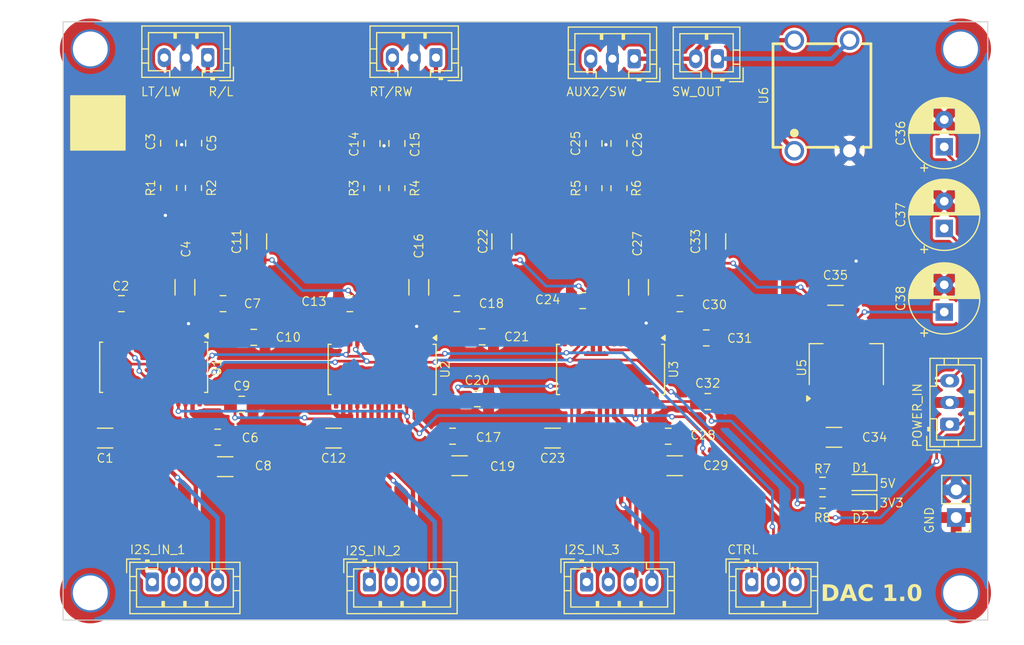
<source format=kicad_pcb>
(kicad_pcb (version 20240108) (generator "pcbnew") (generator_version "8.0")
  (layers (0 "F.Cu" signal) (31 "B.Cu" signal) (34 "B.Paste" user) (35 "F.Paste" user) (36 "B.SilkS" user "B.Silkscreen") (37 "F.SilkS" user "F.Silkscreen") (38 "B.Mask" user) (39 "F.Mask" user) (44 "Edge.Cuts" user))
  (net 0 "")
  (net 1 "MCLK0")
  (net 2 "MCLK1")
  (net 3 "LEFT_WOOFER")
  (net 4 "AGND")
  (net 5 "GND")
  (net 6 "3V3")
  (net 7 "5V")
  (net 8 "Net-(D1-A)")
  (net 9 "Net-(D2-A)")
  (net 10 "LEFT_TWEETER")
  (net 11 "SDA")
  (net 12 "SCL")
  (net 13 "MCLK2")
  (net 14 "RIGHT_TWEETER")
  (net 15 "LRCLK0")
  (net 16 "BCLK0")
  (net 17 "DATA0")
  (net 18 "LRCLK1")
  (net 19 "DATA1")
  (net 24 "XSMT")
  (net 25 "BCLK1")
  (net 26 "DATA2")
  (net 27 "RIGHT_WOOFER")
  (net 28 "LRCLK2")
  (net 29 "BCLK2")
  (net 30 "3V3A")
  (net 31 "Net-(U3-CAPP)")
  (net 32 "Net-(U3-CAPM)")
  (net 33 "Net-(U3-LDOO)")
  (net 34 "Net-(U3-VNEG)")
  (net 35 "LW_OUT_PRE")
  (net 36 "LT_OUT_PRE")
  (net 37 "RT_OUT_PRE")
  (net 38 "RW_OUT_PRE")
  (net 39 "SW_OUT_PRE")
  (net 40 "SW_OUT")
  (net 41 "SW_NEG")
  (net 42 "SUBWOOFER")
  (net 43 "SPARE_OUT")
  (net 44 "SPARE_OUT_PRE")
  (net 45 "Net-(U1-VNEG)")
  (net 46 "Net-(U1-LDOO)")
  (net 47 "Net-(U1-CAPP)")
  (net 48 "Net-(U1-CAPM)")
  (net 49 "Net-(U2-VNEG)")
  (net 50 "Net-(U2-LDOO)")
  (net 51 "Net-(U2-CAPP)")
  (net 52 "Net-(U2-CAPM)")
  (footprint "Capacitor_SMD:C_1206_3216Metric_Pad1.33x1.80mm_HandSolder" (layer "F.Cu") (at 95.3864 98.4775)
    (property "Reference" "C19")
    (property "Value" "10U")
  )
  (footprint "Capacitor_SMD:C_0805_2012Metric_Pad1.18x1.45mm_HandSolder" (layer "F.Cu") (at 68.6364 68.8275 90)
    (property "Reference" "C3")
    (property "Value" "2.2n 50V C0G")
  )
  (footprint "Package_SO:TSSOP-28_4.4x9.7mm_P0.65mm" (layer "F.Cu") (at 67.2614 89.4275 -90)
    (property "Reference" "U1")
    (property "Value" "PCM5122PW")
  )
  (footprint "Capacitor_SMD:C_0805_2012Metric_Pad1.18x1.45mm_HandSolder" (layer "F.Cu") (at 94.7364 95.765 180)
    (property "Reference" "C17")
    (property "Value" "0.1U")
  )
  (footprint "Connector_JST:JST_PH_B3B-PH-K_1x03_P2.00mm_Vertical" (layer "F.Cu") (at 72.2364 60.965 180)
    (property "Reference" "J2" (hide yes))
    (property "Value" "Conn_01x03_Pin")
  )
  (footprint "Capacitor_SMD:C_1206_3216Metric_Pad1.33x1.80mm_HandSolder" (layer "F.Cu") (at 73.8364 98.565)
    (property "Reference" "C8")
    (property "Value" "10U")
  )
  (footprint "Connector_JST:JST_PH_B2B-PH-K_1x02_P2.00mm_Vertical" (layer "F.Cu") (at 119.0864 61.065 180)
    (property "Reference" "J7" (hide yes))
    (property "Value" "Conn_01x02_Pin")
  )
  (footprint "easyeda2kicad:XFMR-TH_4P-L9.5-W9.0-P5.08-LS10.2_C9900096976" (layer "F.Cu") (at 128.6964 64.445 90)
    (property "Reference" "U6")
    (property "Value" "DA101C_C6931652")
  )
  (footprint "Resistor_SMD:R_0805_2012Metric_Pad1.20x1.40mm_HandSolder" (layer "F.Cu") (at 68.6364 72.94 90)
    (property "Reference" "R1")
    (property "Value" "470R TF")
  )
  (footprint "Capacitor_SMD:C_0805_2012Metric_Pad1.18x1.45mm_HandSolder" (layer "F.Cu") (at 75.3614 92.8275)
    (property "Reference" "C9")
    (property "Value" "0.1U")
  )
  (footprint "Capacitor_SMD:C_0805_2012Metric_Pad1.18x1.45mm_HandSolder" (layer "F.Cu") (at 64.2989 83.5775 180)
    (property "Reference" "C2")
    (property "Value" "0.1U")
  )
  (footprint "Capacitor_SMD:C_0805_2012Metric_Pad1.18x1.45mm_HandSolder" (layer "F.Cu") (at 97.0114 92.315)
    (property "Reference" "C20")
    (property "Value" "0.1U")
  )
  (footprint "Connector_JST:JST_PH_B3B-PH-K_1x03_P2.00mm_Vertical" (layer "F.Cu") (at 140.4364 94.665 90)
    (property "Reference" "J9" (hide yes))
    (property "Value" "Conn_01x03_Pin")
  )
  (footprint "Capacitor_SMD:C_0805_2012Metric_Pad1.18x1.45mm_HandSolder" (layer "F.Cu") (at 70.9364 68.8275 90)
    (property "Reference" "C5")
    (property "Value" "2.2n 50V C0G")
  )
  (footprint "Package_TO_SOT_SMD:SOT-223-3_TabPin2" (layer "F.Cu") (at 130.9364 89.165 90)
    (property "Reference" "U5")
    (property "Value" "ZLDO1117QG33TA")
  )
  (footprint "Capacitor_SMD:C_1206_3216Metric_Pad1.33x1.80mm_HandSolder" (layer "F.Cu") (at 111.8364 82.0775 -90)
    (property "Reference" "C27")
    (property "Value" "2.2u 25V")
  )
  (footprint "Capacitor_SMD:C_1206_3216Metric_Pad1.33x1.80mm_HandSolder" (layer "F.Cu") (at 76.7364 77.865 90)
    (property "Reference" "C11")
    (property "Value" "10U")
  )
  (footprint "MountingHole:MountingHole_3.2mm_M3_DIN965_Pad_TopOnly" (layer "F.Cu") (at 61.4364 110.165)
    (property "Reference" "H2" (hide yes))
    (property "Value" "MountingHole")
  )
  (footprint "Capacitor_THT:CP_Radial_D6.3mm_P2.50mm" (layer "F.Cu") (at 139.9364 76.665 90)
    (property "Reference" "C37")
    (property "Value" "220u")
  )
  (footprint "Capacitor_SMD:C_0805_2012Metric_Pad1.18x1.45mm_HandSolder" (layer "F.Cu") (at 106.6989 83.2975 180)
    (property "Reference" "C24")
    (property "Value" "0.1U")
  )
  (footprint "Capacitor_SMD:C_1206_3216Metric_Pad1.33x1.80mm_HandSolder" (layer "F.Cu") (at 91.6364 82.0775 -90)
    (property "Reference" "C16")
    (property "Value" "2.2u 25V")
  )
  (footprint "Capacitor_SMD:C_1206_3216Metric_Pad1.33x1.80mm_HandSolder" (layer "F.Cu") (at 129.9364 82.815)
    (property "Reference" "C35")
    (property "Value" "10U")
  )
  (footprint "MountingHole:MountingHole_3.2mm_M3_DIN965_Pad_TopOnly" (layer "F.Cu") (at 141.4364 110.165)
    (property "Reference" "H4" (hide yes))
    (property "Value" "MountingHole")
  )
  (footprint "Capacitor_THT:CP_Radial_D6.3mm_P2.50mm" (layer "F.Cu") (at 139.9364 69.165 90)
    (property "Reference" "C36")
    (property "Value" "220u")
  )
  (footprint "Resistor_SMD:R_0603_1608Metric_Pad0.98x0.95mm_HandSolder" (layer "F.Cu") (at 128.7489 101.865)
    (property "Reference" "R8")
    (property "Value" "150R")
  )
  (footprint "Capacitor_SMD:C_0805_2012Metric_Pad1.18x1.45mm_HandSolder" (layer "F.Cu") (at 73.6364 83.5775 180)
    (property "Reference" "C7")
    (property "Value" "2.2u 25V")
  )
  (footprint "Capacitor_SMD:C_0805_2012Metric_Pad1.18x1.45mm_HandSolder" (layer "F.Cu") (at 73.1465 95.8525 180)
    (property "Reference" "C6")
    (property "Value" "0.1U")
  )
  (footprint "Capacitor_SMD:C_1206_3216Metric_Pad1.33x1.80mm_HandSolder" (layer "F.Cu") (at 129.7989 95.865 180)
    (property "Reference" "C34")
    (property "Value" "10U")
  )
  (footprint "Capacitor_SMD:C_0805_2012Metric_Pad1.18x1.45mm_HandSolder" (layer "F.Cu") (at 97.4614 86.6275)
    (property "Reference" "C21")
    (property "Value" "0.1U")
  )
  (footprint "Capacitor_SMD:C_1206_3216Metric_Pad1.33x1.80mm_HandSolder" (layer "F.Cu") (at 99.2614 77.865 90)
    (property "Reference" "C22")
    (property "Value" "10U")
  )
  (footprint "Capacitor_THT:CP_Radial_D6.3mm_P2.50mm" (layer "F.Cu") (at 139.9364 84.3474 90)
    (property "Reference" "C38")
    (property "Value" "220u")
  )
  (footprint "Capacitor_SMD:C_1206_3216Metric_Pad1.33x1.80mm_HandSolder" (layer "F.Cu") (at 118.9364 77.865 90)
    (property "Reference" "C33")
    (property "Value" "10U")
  )
  (footprint "Connector_JST:JST_PH_B4B-PH-K_1x04_P2.00mm_Vertical" (layer "F.Cu") (at 87.0989 109.165)
    (property "Reference" "J3" (hide yes))
    (property "Value" "Conn_01x04_Pin")
  )
  (footprint "MountingHole:MountingHole_3.2mm_M3_DIN965_Pad_TopOnly" (layer "F.Cu") (at 141.4364 60.165)
    (property "Reference" "H3" (hide yes))
    (property "Value" "MountingHole")
  )
  (footprint "Resistor_SMD:R_0805_2012Metric_Pad1.20x1.40mm_HandSolder" (layer "F.Cu") (at 87.3364 72.965 90)
    (property "Reference" "R3")
    (property "Value" "470R TF")
  )
  (footprint "Connector_PinHeader_2.54mm:PinHeader_1x02_P2.54mm_Vertical" (layer "F.Cu") (at 141.0364 103.24 180)
    (property "Reference" "J10" (hide yes))
    (property "Value" "Conn_01x02_Pin")
  )
  (footprint "Connector_JST:JST_PH_B3B-PH-K_1x03_P2.00mm_Vertical" (layer "F.Cu") (at 111.4364 61.065 180)
    (property "Reference" "J6" (hide yes))
    (property "Value" "Conn_01x03_Pin")
  )
  (footprint "Connector_JST:JST_PH_B3B-PH-K_1x03_P2.00mm_Vertical" (layer "F.Cu") (at 93.2114 60.965 180)
    (property "Reference" "J4" (hide yes))
    (property "Value" "Conn_01x03_Pin")
  )
  (footprint "Resistor_SMD:R_0805_2012Metric_Pad1.20x1.40mm_HandSolder" (layer "F.Cu") (at 110.0364 72.965 90)
    (property "Reference" "R6")
    (property "Value" "470R TF")
  )
  (footprint "Resistor_SMD:R_0805_2012Metric_Pad1.20x1.40mm_HandSolder" (layer "F.Cu") (at 89.6232 72.965 90)
    (property "Reference" "R4")
    (property "Value" "470R TF")
  )
  (footprint "Capacitor_SMD:C_0805_2012Metric_Pad1.18x1.45mm_HandSolder" (layer "F.Cu") (at 95.1364 83.5775 180)
    (property "Reference" "C18")
    (property "Value" "2.2u 25V")
  )
  (footprint "Capacitor_SMD:C_1206_3216Metric_Pad1.33x1.80mm_HandSolder" (layer "F.Cu") (at 83.7989 95.935 180)
    (property "Reference" "C12")
    (property "Value" "10U")
  )
  (footprint "Capacitor_SMD:C_0805_2012Metric_Pad1.18x1.45mm_HandSolder" (layer "F.Cu") (at 85.2989 83.5775 180)
    (property "Reference" "C13")
    (property "Value" "0.1U")
  )
  (footprint "Resistor_SMD:R_0805_2012Metric_Pad1.20x1.40mm_HandSolder" (layer "F.Cu") (at 107.7364 72.965 90)
    (property "Reference" "R5")
    (property "Value" "470R TF")
  )
  (footprint "Capacitor_SMD:C_0805_2012Metric_Pad1.18x1.45mm_HandSolder" (layer "F.Cu") (at 89.6232 68.8525 90)
    (property "Reference" "C15")
    (property "Value" "2.2n 50V C0G")
  )
  (footprint "Capacitor_SMD:C_1206_3216Metric_Pad1.33x1.80mm_HandSolder" (layer "F.Cu") (at 70.1364 82.0775 -90)
    (property "Reference" "C4")
    (property "Value" "2.2u 25V")
  )
  (footprint "Capacitor_SMD:C_1206_3216Metric_Pad1.33x1.80mm_HandSolder" (layer "F.Cu") (at 62.7989 95.935 180)
    (property "Reference" "C1")
    (property "Value" "10U")
  )
  (footprint "LED_SMD:LED_0603_1608Metric" (layer "F.Cu") (at 132.2614 101.865 180)
    (property "Reference" "D2")
    (property "Value" "BLUE")
  )
  (footprint "Capacitor_SMD:C_0805_2012Metric_Pad1.18x1.45mm_HandSolder" (layer "F.Cu") (at 107.7364 68.8525 90)
    (property "Reference" "C25")
    (property "Value" "2.2n 50V C0G")
  )
  (footprint "Package_SO:TSSOP-28_4.4x9.7mm_P0.65mm" (layer "F.Cu") (at 109.2614 89.6275 -90)
    (property "Reference" "U3")
    (property "Value" "PCM5122PW")
  )
  (footprint "Connector_JST:JST_PH_B3B-PH-K_1x03_P2.00mm_Vertical" (layer "F.Cu") (at 122.2364 109.165)
    (property "Reference" "J8" (hide yes))
    (property "Value" "Conn_01x03_Pin")
  )
  (footprint "Resistor_SMD:R_0805_2012Metric_Pad1.20x1.40mm_HandSolder" (layer "F.Cu") (at 70.9232 72.94 90)
    (property "Reference" "R2")
    (property "Value" "470R TF")
  )
  (footprint "Package_SO:TSSOP-28_4.4x9.7mm_P0.65mm" (layer "F.Cu") (at 88.2614 89.6275 -90)
    (property "Reference" "U2")
    (property "Value" "PCM5122PW")
  )
  (footprint "LED_SMD:LED_0603_1608Metric" (layer "F.Cu") (at 132.2614 100.025 180)
    (property "Reference" "D1")
    (property "Value" "RED")
  )
  (footprint "Capacitor_SMD:C_1206_3216Metric_Pad1.33x1.80mm_HandSolder" (layer "F.Cu") (at 103.9364 95.935 180)
    (property "Reference" "C23")
    (property "Value" "10U")
  )
  (footprint "Capacitor_SMD:C_0805_2012Metric_Pad1.18x1.45mm_HandSolder" (layer "F.Cu") (at 114.5614 95.765 180)
    (property "Reference" "C28")
    (property "Value" "0.1U")
  )
  (footprint "Capacitor_SMD:C_0805_2012Metric_Pad1.18x1.45mm_HandSolder" (layer "F.Cu") (at 76.4614 86.6775)
    (property "Reference" "C10")
    (property "Value" "0.1U")
  )
  (footprint "Connector_JST:JST_PH_B4B-PH-K_1x04_P2.00mm_Vertical" (layer "F.Cu") (at 67.1364 109.165)
    (property "Reference" "J1" (hide yes))
    (property "Value" "Conn_01x04_Pin")
  )
  (footprint "Capacitor_SMD:C_0805_2012Metric_Pad1.18x1.45mm_HandSolder" (layer "F.Cu") (at 110.0364 68.8525 90)
    (property "Reference" "C26")
    (property "Value" "2.2n 50V C0G")
  )
  (footprint "Connector_JST:JST_PH_B4B-PH-K_1x04_P2.00mm_Vertical" (layer "F.Cu") (at 107.0614 109.165)
    (property "Reference" "J5" (hide yes))
    (property "Value" "Conn_01x04_Pin")
  )
  (footprint "Capacitor_SMD:C_1206_3216Metric_Pad1.33x1.80mm_HandSolder" (layer "F.Cu") (at 115.1614 98.4775)
    (property "Reference" "C29")
    (property "Value" "10U")
  )
  (footprint "Capacitor_SMD:C_0805_2012Metric_Pad1.18x1.45mm_HandSolder" (layer "F.Cu") (at 118.0614 86.7275)
    (property "Reference" "C31")
    (property "Value" "0.1U")
  )
  (footprint "Capacitor_SMD:C_0805_2012Metric_Pad1.18x1.45mm_HandSolder" (layer "F.Cu") (at 87.3364 68.8525 90)
    (property "Reference" "C14")
    (property "Value" "2.2n 50V C0G")
  )
  (footprint "Capacitor_SMD:C_0805_2012Metric_Pad1.18x1.45mm_HandSolder" (layer "F.Cu") (at 115.6364 83.5775 180)
    (property "Reference" "C30")
    (property "Value" "2.2u 25V")
  )
  (footprint "Resistor_SMD:R_0603_1608Metric_Pad0.98x0.95mm_HandSolder" (layer "F.Cu") (at 128.7489 100.065)
    (property "Reference" "R7")
    (property "Value" "1.3K")
  )
  (footprint "Capacitor_SMD:C_0805_2012Metric_Pad1.18x1.45mm_HandSolder" (layer "F.Cu") (at 118.1989 92.5775)
    (property "Reference" "C32")
    (property "Value" "0.1U")
  )
  (footprint "MountingHole:MountingHole_3.2mm_M3_DIN965_Pad_TopOnly" (layer "F.Cu") (at 61.4364 60.165)
    (property "Reference" "H1" (hide yes))
    (property "Value" "MountingHole")
  )
  (gr_rect (start 59.6364 64.465) (end 64.6364 69.465) (stroke (width 0.1)) (fill solid) (layer "F.SilkS"))
  (gr_line (start 58.9364 112.665) (end 58.9364 57.665) (stroke (width 0.1)) (layer "Edge.Cuts"))
  (gr_line (start 58.9364 57.665) (end 143.9364 57.665) (stroke (width 0.1)) (layer "Edge.Cuts"))
  (gr_line (start 143.9364 112.665) (end 58.9364 112.665) (stroke (width 0.1)) (layer "Edge.Cuts"))
  (gr_line (start 143.9364 57.665) (end 143.9364 112.665) (stroke (width 0.1)) (layer "Edge.Cuts"))
  (gr_text "DAC 1.0" (at 137.9364 111.165 0) (layer "F.SilkS") (effects (font (size 1.5 1.5) (thickness 0.1) (bold yes)) (justify right bottom)))
  (gr_text "R/L" (at 72.2364 64.565 0) (layer "F.SilkS") (effects (font (size 0.8 0.8) (thickness 0.1)) (justify left bottom)))
  (gr_text "I2S_IN_3" (at 104.9364 106.665 0) (layer "F.SilkS") (effects (font (size 0.8 0.8) (thickness 0.1)) (justify left bottom)))
  (gr_text "GND" (at 139.0364 104.765 90) (layer "F.SilkS") (effects (font (size 0.8 0.8) (thickness 0.1)) (justify left bottom)))
  (gr_text "3V3" (at 133.9364 102.365 0) (layer "F.SilkS") (effects (font (size 0.8 0.8) (thickness 0.1)) (justify left bottom)))
  (gr_text "RT/RW" (at 87.0364 64.565 0) (layer "F.SilkS") (effects (font (size 0.8 0.8) (thickness 0.1)) (justify left bottom)))
  (gr_text "SW_OUT" (at 114.8364 64.565 0) (layer "F.SilkS") (effects (font (size 0.8 0.8) (thickness 0.1)) (justify left bottom)))
  (gr_text "LT/LW" (at 66.0364 64.565 0) (layer "F.SilkS") (effects (font (size 0.8 0.8) (thickness 0.1)) (justify left bottom)))
  (gr_text "AUX2/SW" (at 105.1364 64.565 0) (layer "F.SilkS") (effects (font (size 0.8 0.8) (thickness 0.1)) (justify left bottom)))
  (gr_text "CTRL" (at 119.9364 106.665 0) (layer "F.SilkS") (effects (font (size 0.8 0.8) (thickness 0.1)) (justify left bottom)))
  (gr_text "5V" (at 133.9364 100.565 0) (layer "F.SilkS") (effects (font (size 0.8 0.8) (thickness 0.1)) (justify left bottom)))
  (gr_text "I2S_IN_1" (at 65.0114 106.665 0) (layer "F.SilkS") (effects (font (size 0.8 0.8) (thickness 0.1)) (justify left bottom)))
  (gr_text "POWER_IN" (at 137.9364 96.865 90) (layer "F.SilkS") (effects (font (size 0.8 0.8) (thickness 0.1)) (justify left bottom)))
  (gr_text "I2S_IN_2" (at 84.8114 106.765 0) (layer "F.SilkS") (effects (font (size 0.8 0.8) (thickness 0.1)) (justify left bottom)))
  (segment (start 66.2864 92.29) (end 66.2864 108.315) (width 0.4) (layer "F.Cu") (net 1))
  (segment (start 66.2864 108.315) (end 66.9364 108.965) (width 0.4) (layer "F.Cu") (net 1))
  (segment (start 87.2864 92.49) (end 87.2864 108.9775) (width 0.4) (layer "F.Cu") (net 2))
  (segment (start 72.2364 66.49) (end 70.9364 67.79) (width 0.4) (layer "F.Cu") (net 3))
  (segment (start 70.9232 71.94) (end 72.0614 70.8018) (width 0.4) (layer "F.Cu") (net 3))
  (segment (start 72.2364 60.965) (end 72.2364 66.49) (width 0.4) (layer "F.Cu") (net 3))
  (segment (start 72.0614 70.8018) (end 72.0614 68.915) (width 0.4) (layer "F.Cu") (net 3))
  (segment (start 72.0614 68.915) (end 70.9364 67.79) (width 0.4) (layer "F.Cu") (net 3))
  (segment (start 70.1864 85.692035) (end 70.1864 86.565) (width 0.25) (layer "F.Cu") (net 4))
  (segment (start 70.7364 69.865) (end 69.8364 68.965) (width 0.25) (layer "F.Cu") (net 4))
  (segment (start 87.3364 69.89) (end 89.6232 69.89) (width 0.25) (layer "F.Cu") (net 4))
  (segment (start 131.4989 82.815) (end 131.4989 80.0025) (width 0.25) (layer "F.Cu") (net 4))
  (segment (start 89.2614 69.89) (end 88.4364 69.065) (width 0.25) (layer "F.Cu") (net 4))
  (segment (start 91.1864 86.765) (end 91.1864 85.915) (width 0.25) (layer "F.Cu") (net 4))
  (segment (start 112.1864 85.715) (end 112.5364 85.365) (width 0.25) (layer "F.Cu") (net 4))
  (segment (start 112.1864 86.765) (end 112.1864 85.715) (width 0.25) (layer "F.Cu") (net 4))
  (segment (start 109.7614 69.89) (end 108.8364 68.965) (width 0.25) (layer "F.Cu") (net 4))
  (segment (start 91.1864 85.915) (end 91.4364 85.665) (width 0.25) (layer "F.Cu") (net 4))
  (segment (start 70.463436 85.414999) (end 70.1864 85.692035) (width 0.25) (layer "F.Cu") (net 4))
  (segment (start 110.0364 69.89) (end 107.7364 69.89) (width 0.25) (layer "F.Cu") (net 4))
  (segment (start 131.4989 80.0025) (end 131.8364 79.665) (width 0.25) (layer "F.Cu") (net 4))
  (via (at 108.8364 68.965) (size 0.5) (drill 0.3) (layers "F.Cu" "B.Cu") (net 4))
  (via (at 91.4364 85.665) (size 0.5) (drill 0.3) (layers "F.Cu" "B.Cu") (net 4))
  (via (at 69.8364 68.965) (size 0.5) (drill 0.3) (layers "F.Cu" "B.Cu") (net 4))
  (via (at 88.4364 69.065) (size 0.5) (drill 0.3) (layers "F.Cu" "B.Cu") (net 4))
  (via (at 131.8364 79.665) (size 0.5) (drill 0.3) (layers "F.Cu" "B.Cu") (net 4))
  (via (at 112.5364 85.365) (size 0.5) (drill 0.3) (layers "F.Cu" "B.Cu") (net 4))
  (via (at 68.3364 75.465) (size 0.5) (drill 0.3) (layers "F.Cu" "B.Cu") (net 4))
  (via (at 70.463436 85.414999) (size 0.5) (drill 0.3) (layers "F.Cu" "B.Cu") (net 4))
  (segment (start 95.2364 91.5775) (end 95.9739 92.315) (width 0.25) (layer "F.Cu") (net 6))
  (segment (start 85.9864 91.752501) (end 86.311401 91.4275) (width 0.25) (layer "F.Cu") (net 6))
  (segment (start 65.357588 91.2275) (end 64.9864 91.598688) (width 0.25) (layer "F.Cu") (net 6))
  (segment (start 74.7364 94.065) (end 74.7364 93.24) (width 0.25) (layer "F.Cu") (net 6))
  (segment (start 118.5364 94.365) (end 118.5364 93.9525) (width 0.25) (layer "F.Cu") (net 6))
  (segment (start 143.0364 72.665) (end 139.9364 69.565) (width 0.25) (layer "F.Cu") (net 6))
  (segment (start 72.0239 92.8275) (end 71.4864 92.29) (width 0.25) (layer "F.Cu") (net 6))
  (segment (start 139.9364 69.565) (end 139.9364 69.165) (width 0.25) (layer "F.Cu") (net 6))
  (segment (start 113.161399 91.4275) (end 110.6739 91.4275) (width 0.25) (layer "F.Cu") (net 6))
  (segment (start 139.2364 98.065) (end 139.2364 95.865) (width 0.25) (layer "F.Cu") (net 6))
  (segment (start 110.515212 91.4275) (end 110.8864 91.798688) (width 0.25) (layer "F.Cu") (net 6))
  (segment (start 106.9864 91.4775) (end 107.0364 91.4275) (width 0.25) (layer "F.Cu") (net 6))
  (segment (start 81.2364 94.165) (end 81.1364 94.065) (width 0.25) (layer "F.Cu") (net 6))
  (segment (start 113.4864 92.49) (end 113.4864 91.752501) (width 0.25) (layer "F.Cu") (net 6))
  (segment (start 113.5739 92.5775) (end 113.4864 92.49) (width 0.25) (layer "F.Cu") (net 6))
  (segment (start 105.6864 95.7475) (end 105.6864 92.49) (width 0.25) (layer "F.Cu") (net 6))
  (segment (start 105.098899 91.165) (end 103.7364 91.165) (width 0.25) (layer "F.Cu") (net 6))
  (segment (start 63.6864 91.552501) (end 63.6864 92.29) (width 0.25) (layer "F.Cu") (net 6))
  (segment (start 81.2364 94.165) (end 83.5914 94.165) (width 0.25) (layer "F.Cu") (net 6))
  (segment (start 90.211401 91.4275) (end 92.115212 91.4275) (width 0.25) (layer "F.Cu") (net 6))
  (segment (start 105.6864 92.49) (end 105.6864 91.752501) (width 0.25) (layer "F.Cu") (net 6))
  (segment (start 89.8864 92.49) (end 89.8864 91.752501) (width 0.25) (layer "F.Cu") (net 6))
  (segment (start 92.115212 91.4275) (end 92.4864 91.798688) (width 0.25) (layer "F.Cu") (net 6))
  (segment (start 105.6864 91.752501) (end 105.098899 91.165) (width 0.25) (layer "F.Cu") (net 6))
  (segment (start 85.9864 95.31) (end 85.9864 92.49) (width 0.25) (layer "F.Cu") (net 6))
  (segment (start 89.8864 91.752501) (end 90.211401 91.4275) (width 0.25) (layer "F.Cu") (net 6))
  (segment (start 71.4864 91.552501) (end 71.161399 91.2275) (width 0.25) (layer "F.Cu") (net 6))
  (segment (start 143.0364 92.965) (end 143.0364 72.665) (width 0.25) (layer "F.Cu") (net 6))
  (segment (start 105.6864 91.752501) (end 106.011401 91.4275) (width 0.25) (layer "F.Cu") (net 6))
  (segment (start 95.9739 92.315) (end 92.6614 92.315) (width 0.25) (layer "F.Cu") (net 6))
  (segment (start 86.311401 91.4275) (end 89.515212 91.4275) (width 0.25) (layer "F.Cu") (net 6))
  (segment (start 71.161399 91.2275) (end 65.357588 91.2275) (width 0.25) (layer "F.Cu") (net 6))
  (segment (start 106.011401 91.4275) (end 107.0364 91.4275) (width 0.25) (layer "F.Cu") (net 6))
  (segment (start 64.9864 95.31) (end 64.3614 95.935) (width 0.25) (layer "F.Cu") (net 6))
  (segment (start 85.3614 95.935) (end 83.5914 94.165) (width 0.25) (layer "F.Cu") (net 6))
  (segment (start 110.6739 91.4275) (end 110.594556 91.506844) (width 0.25) (layer "F.Cu") (net 6))
  (segment (start 141.3364 94.665) (end 143.0364 92.965) (width 0.25) (layer "F.Cu") (net 6))
  (segment (start 126.5364 101.865) (end 126.4364 101.965) (width 0.25) (layer "F.Cu") (net 6))
  (segment (start 85.3614 95.935) (end 85.9864 95.31) (width 0.25) (layer "F.Cu") (net 6))
  (segment (start 118.5364 93.9525) (end 117.1614 92.5775) (width 0.25) (layer "F.Cu") (net 6))
  (segment (start 110.8864 91.798688) (end 110.8864 92.49) (width 0.25) (layer "F.Cu") (net 6))
  (segment (start 140.4364 94.665) (end 141.3364 94.665) (width 0.25) (layer "F.Cu") (net 6))
  (segment (start 64.9864 91.598688) (end 64.9864 92.29) (width 0.25) (layer "F.Cu") (net 6))
  (segment (start 64.9864 91.598688) (end 64.615212 91.2275) (width 0.25) (layer "F.Cu") (net 6))
  (segment (start 85.9864 92.49) (end 85.9864 91.752501) (width 0.25) (layer "F.Cu") (net 6))
  (segment (start 92.4864 91.798688) (end 92.4864 92.49) (width 0.25) (layer "F.Cu") (net 6))
  (segment (start 64.9864 92.29) (end 64.9864 95.31) (width 0.25) (layer "F.Cu") (net 6))
  (segment (start 117.1614 92.5775) (end 113.5739 92.5775) (width 0.25) (layer "F.Cu") (net 6))
  (segment (start 127.8364 101.865) (end 126.5364 101.865) (width 0.25) (layer "F.Cu") (net 6))
  (segment (start 64.011401 91.2275) (end 63.6864 91.552501) (width 0.25) (layer "F.Cu") (net 6))
  (segment (start 129.2364 103.265) (end 129.9364 103.265) (width 0.25) (layer "F.Cu") (net 6))
  (segment (start 74.3239 92.8275) (end 72.0239 92.8275) (width 0.25) (layer "F.Cu") (net 6))
  (segment (start 139.2364 95.865) (end 140.4364 94.665) (width 0.25) (layer "F.Cu") (net 6))
  (segment (start 113.4864 91.752501) (end 113.161399 91.4275) (width 0.25) (layer "F.Cu") (net 6))
  (segment (start 89.8864 91.798688) (end 89.8864 92.49) (width 0.25) (layer "F.Cu") (net 6))
  (segment (start 64.615212 91.2275) (end 64.011401 91.2275) (width 0.25) (layer "F.Cu") (net 6))
  (segment (start 71.4864 92.29) (end 71.4864 91.552501) (width 0.25) (layer "F.Cu") (net 6))
  (segment (start 106.9864 92.49) (end 106.9864 91.4775) (width 0.25) (layer "F.Cu") (net 6))
  (segment (start 127.8364 101.865) (end 129.2364 103.265) (width 0.25) (layer "F.Cu") (net 6))
  (segment (start 95.2364 91.265) (end 95.2364 91.5775) (width 0.25) (layer "F.Cu") (net 6))
  (segment (start 107.0364 91.4275) (end 110.515212 91.4275) (width 0.25) (layer "F.Cu") (net 6))
  (segment (start 92.6614 92.315) (end 92.4864 92.49) (width 0.25) (layer "F.Cu") (net 6))
  (segment (start 89.515212 91.4275) (end 89.8864 91.798688) (width 0.25) (layer "F.Cu") (net 6))
  (via (at 118.5364 94.365) (size 0.5) (drill 0.3) (layers "F.Cu" "B.Cu") (net 6))
  (via (at 139.2364 98.065) (size 0.5) (drill 0.3) (layers "F.Cu" "B.Cu") (net 6))
  (via (at 126.4364 101.965) (size 0.5) (drill 0.3) (layers "F.Cu" "B.Cu") (net 6))
  (via (at 81.1364 94.065) (size 0.5) (drill 0.3) (layers "F.Cu" "B.Cu") (net 6))
  (via (at 95.2364 91.265) (size 0.5) (drill 0.3) (layers "F.Cu" "B.Cu") (net 6))
  (via (at 74.7364 94.065) (size 0.5) (drill 0.3) (layers "F.Cu" "B.Cu") (net 6))
  (via (at 103.7364 91.165) (size 0.5) (drill 0.3) (layers "F.Cu" "B.Cu") (net 6))
  (via (at 129.9364 103.265) (size 0.5) (drill 0.3) (layers "F.Cu" "B.Cu") (net 6))
  (segment (start 81.1364 94.065) (end 74.7364 94.065) (width 0.25) (layer "B.Cu") (net 6))
  (segment (start 95.3364 91.165) (end 95.2364 91.265) (width 0.25) (layer "B.Cu") (net 6))
  (segment (start 120.3364 94.365) (end 126.4364 100.465) (width 0.25) (layer "B.Cu") (net 6))
  (segment (start 126.4364 100.465) (end 126.4364 101.965) (width 0.25) (layer "B.Cu") (net 6))
  (segment (start 134.0364 103.265) (end 139.2364 98.065) (width 0.25) (layer "B.Cu") (net 6))
  (segment (start 129.9364 103.265) (end 134.0364 103.265) (width 0.25) (layer "B.Cu") (net 6))
  (segment (start 103.7364 91.165) (end 95.3364 91.165) (width 0.25) (layer "B.Cu") (net 6))
  (segment (start 118.5364 94.365) (end 120.3364 94.365) (width 0.25) (layer "B.Cu") (net 6))
  (segment (start 131.3614 95.865) (end 127.8364 99.39) (width 0.25) (layer "F.Cu") (net 7))
  (segment (start 141.5364 78.265) (end 139.9364 76.665) (width 0.25) (layer "F.Cu") (net 7))
  (segment (start 127.8364 99.39) (end 127.8364 100.065) (width 0.25) (layer "F.Cu") (net 7))
  (segment (start 131.3614 95.865) (end 131.3614 94.19) (width 0.25) (layer "F.Cu") (net 7))
  (segment (start 140.4364 90.665) (end 141.5364 89.565) (width 0.25) (layer "F.Cu") (net 7))
  (segment (start 140.4364 90.665) (end 134.8864 90.665) (width 0.25) (layer "F.Cu") (net 7))
  (segment (start 134.8864 90.665) (end 133.2364 92.315) (width 0.25) (layer "F.Cu") (net 7))
  (segment (start 141.5364 89.565) (end 141.5364 78.265) (width 0.25) (layer "F.Cu") (net 7))
  (segment (start 131.3614 94.19) (end 133.2364 92.315) (width 0.25) (layer "F.Cu") (net 7))
  (segment (start 129.6614 100.065) (end 131.4339 100.065) (width 0.25) (layer "F.Cu") (net 8))
  (segment (start 129.6614 101.865) (end 131.4339 101.865) (width 0.25) (layer "F.Cu") (net 9))
  (segment (start 67.5114 70.815) (end 67.5114 68.915) (width 0.4) (layer "F.Cu") (net 10))
  (segment (start 68.6364 67.79) (end 68.6364 61.365) (width 0.4) (layer "F.Cu") (net 10))
  (segment (start 68.6364 61.365) (end 68.2364 60.965) (width 0.4) (layer "F.Cu") (net 10))
  (segment (start 67.5114 68.915) (end 68.6364 67.79) (width 0.4) (layer "F.Cu") (net 10))
  (segment (start 68.6364 71.94) (end 67.5114 70.815) (width 0.4) (layer "F.Cu") (net 10))
  (segment (start 111.7364 88.765) (end 114.644458 91.673058) (width 0.25) (layer "F.Cu") (net 11))
  (segment (start 64.9864 88.015) (end 65.5364 88.565) (width 0.25) (layer "F.Cu") (net 11))
  (segment (start 124.1364 104.065) (end 124.2364 104.165) (width 0.25) (layer "F.Cu") (net 11))
  (segment (start 85.9864 87.632635) (end 85.829035 87.79) (width 0.25) (layer "F.Cu") (net 11))
  (segment (start 124.2364 104.165) (end 124.2364 109.165) (width 0.25) (layer "F.Cu") (net 11))
  (segment (start 64.9864 86.565) (end 64.9864 88.015) (width 0.25) (layer "F.Cu") (net 11))
  (segment (start 86.8364 88.865) (end 84.0364 88.865) (width 0.25) (layer "F.Cu") (net 11))
  (segment (start 106.9864 86.765) (end 106.9864 87.502499) (width 0.25) (layer "F.Cu") (net 11))
  (segment (start 105.723899 88.765) (end 105.5364 88.765) (width 0.25) (layer "F.Cu") (net 11))
  (segment (start 93.1364 88.965) (end 86.9364 88.965) (width 0.25) (layer "F.Cu") (net 11))
  (segment (start 65.9364 89.765) (end 66.4364 90.265) (width 0.25) (layer "F.Cu") (net 11))
  (segment (start 105.5364 88.765) (end 111.7364 88.765) (width 0.25) (layer "F.Cu") (net 11))
  (segment (start 85.9864 86.765) (end 85.9864 87.632635) (width 0.25) (layer "F.Cu") (net 11))
  (segment (start 84.0364 88.865) (end 83.9364 88.965) (width 0.25) (layer "F.Cu") (net 11))
  (segment (start 66.4364 90.265) (end 72.4364 90.265) (width 0.25) (layer "F.Cu") (net 11))
  (segment (start 114.644458 91.673058) (end 114.828342 91.673058) (width 0.25) (layer "F.Cu") (net 11))
  (segment (start 72.4364 90.265) (end 72.8364 89.865) (width 0.25) (layer "F.Cu") (net 11))
  (segment (start 86.9364 88.965) (end 86.8364 88.865) (width 0.25) (layer "F.Cu") (net 11))
  (segment (start 106.9864 87.502499) (end 105.723899 88.765) (width 0.25) (layer "F.Cu") (net 11))
  (via (at 93.1364 88.965) (size 0.5) (drill 0.3) (layers "F.Cu" "B.Cu") (net 11))
  (via (at 72.8364 89.865) (size 0.5) (drill 0.3) (layers "F.Cu" "B.Cu") (net 11))
  (via (at 86.8364 88.865) (size 0.5) (drill 0.3) (layers "F.Cu" "B.Cu") (net 11))
  (via (at 124.1364 104.065) (size 0.5) (drill 0.3) (layers "F.Cu" "B.Cu") (net 11))
  (via (at 65.9364 89.765) (size 0.5) (drill 0.3) (layers "F.Cu" "B.Cu") (net 11))
  (via (at 65.5364 88.565) (size 0.5) (drill 0.3) (layers "F.Cu" "B.Cu") (net 11))
  (via (at 85.829035 87.79) (size 0.5) (drill 0.3) (layers "F.Cu" "B.Cu") (net 11))
  (via (at 83.9364 88.965) (size 0.5) (drill 0.3) (layers "F.Cu" "B.Cu") (net 11))
  (via (at 114.828342 91.673058) (size 0.5) (drill 0.3) (layers "F.Cu" "B.Cu") (net 11))
  (via (at 105.5364 88.765) (size 0.5) (drill 0.3) (layers "F.Cu" "B.Cu") (net 11))
  (segment (start 83.9364 88.965) (end 73.7364 88.965) (width 0.25) (layer "B.Cu") (net 11))
  (segment (start 65.5364 88.565) (end 65.9364 88.965) (width 0.25) (layer "B.Cu") (net 11))
  (segment (start 124.1364 104.065) (end 124.1364 100.828604) (width 0.25) (layer "B.Cu") (net 11))
  (segment (start 105.5364 88.765) (end 93.3364 88.765) (width 0.25) (layer "B.Cu") (net 11))
  (segment (start 86.8364 88.865) (end 85.829035 87.857635) (width 0.25) (layer "B.Cu") (net 11))
  (segment (start 93.3364 88.765) (end 93.1364 88.965) (width 0.25) (layer "B.Cu") (net 11))
  (segment (start 85.829035 87.857635) (end 85.829035 87.79) (width 0.25) (layer "B.Cu") (net 11))
  (segment (start 65.9364 88.965) (end 65.9364 89.765) (width 0.25) (layer "B.Cu") (net 11))
  (segment (start 114.980854 91.673058) (end 114.828342 91.673058) (width 0.25) (layer "B.Cu") (net 11))
  (segment (start 124.1364 100.828604) (end 114.980854 91.673058) (width 0.25) (layer "B.Cu") (net 11))
  (segment (start 73.7364 88.965) (end 72.8364 89.865) (width 0.25) (layer "B.Cu") (net 11))
  (segment (start 106.3364 87.502499) (end 105.744722 88.094177) (width 0.25) (layer "F.Cu") (net 12))
  (segment (start 64.3364 86.565) (end 64.3364 88.248884) (width 0.25) (layer "F.Cu") (net 12))
  (segment (start 64.3364 88.248884) (end 65.227516 89.14) (width 0.25) (layer "F.Cu") (net 12))
  (segment (start 105.744722 88.094177) (end 105.200989 88.094177) (width 0.25) (layer "F.Cu") (net 12))
  (segment (start 85.204035 87.997365) (end 85.204035 87.531116) (width 0.25) (layer "F.Cu") (net 12))
  (segment (start 86.250004 88.415) (end 86.500004 88.165) (width 0.25) (layer "F.Cu") (net 12))
  (segment (start 88.008692 88.165) (end 88.158692 88.315) (width 0.25) (layer "F.Cu") (net 12))
  (segment (start 65.227516 89.14) (end 71.8364 89.14) (width 0.25) (layer "F.Cu") (net 12))
  (segment (start 85.0864 88.415) (end 86.250004 88.415) (width 0.25) (layer "F.Cu") (net 12))
  (segment (start 86.500004 88.165) (end 88.008692 88.165) (width 0.25) (layer "F.Cu") (net 12))
  (segment (start 85.204035 87.531116) (end 85.3364 87.398751) (width 0.25) (layer "F.Cu") (net 12))
  (segment (start 106.3364 86.765) (end 106.3364 87.502499) (width 0.25) (layer "F.Cu") (net 12))
  (segment (start 84.9364 88.265) (end 85.0864 88.415) (width 0.25) (layer "F.Cu") (net 12))
  (segment (start 122.2364 101.765) (end 117.7364 97.265) (width 0.25) (layer "F.Cu") (net 12))
  (segment (start 93.8864 88.315) (end 94.0364 88.165) (width 0.25) (layer "F.Cu") (net 12))
  (segment (start 84.9364 88.265) (end 85.204035 87.997365) (width 0.25) (layer "F.Cu") (net 12))
  (segment (start 117.7364 97.265) (end 117.7364 96.865) (width 0.25) (layer "F.Cu") (net 12))
  (segment (start 71.8364 89.14) (end 72.6364 88.34) (width 0.25) (layer "F.Cu") (net 12))
  (segment (start 122.2364 109.165) (end 122.2364 101.765) (width 0.25) (layer "F.Cu") (net 12))
  (segment (start 88.158692 88.315) (end 93.8864 88.315) (width 0.25) (layer "F.Cu") (net 12))
  (segment (start 85.3364 87.398751) (end 85.3364 86.765) (width 0.25) (layer "F.Cu") (net 12))
  (via (at 105.200989 88.094177) (size 0.5) (drill 0.3) (layers "F.Cu" "B.Cu") (net 12))
  (via (at 84.9364 88.265) (size 0.5) (drill 0.3) (layers "F.Cu" "B.Cu") (net 12))
  (via (at 117.7364 96.865) (size 0.5) (drill 0.3) (layers "F.Cu" "B.Cu") (net 12))
  (via (at 94.0364 88.165) (size 0.5) (drill 0.3) (layers "F.Cu" "B.Cu") (net 12))
  (via (at 72.6364 88.34) (size 0.5) (drill 0.3) (layers "F.Cu" "B.Cu") (net 12))
  (segment (start 117.7364 96.865) (end 117.7364 95.465) (width 0.25) (layer "B.Cu") (net 12))
  (segment (start 117.7364 95.465) (end 110.365577 88.094177) (width 0.25) (layer "B.Cu") (net 12))
  (segment (start 72.7114 88.265) (end 72.6364 88.34) (width 0.25) (layer "B.Cu") (net 12))
  (segment (start 84.9364 88.265) (end 72.7114 88.265) (width 0.25) (layer "B.Cu") (net 12))
  (segment (start 105.130166 88.165) (end 105.200989 88.094177) (width 0.25) (layer "B.Cu") (net 12))
  (segment (start 110.365577 88.094177) (end 105.200989 88.094177) (width 0.25) (layer "B.Cu") (net 12))
  (segment (start 94.0364 88.165) (end 105.130166 88.165) (width 0.25) (layer "B.Cu") (net 12))
  (segment (start 108.2864 95.898666) (end 107.2364 96.948666) (width 0.4) (layer "F.Cu") (net 13))
  (segment (start 108.2864 92.49) (end 108.2864 95.898666) (width 0.4) (layer "F.Cu") (net 13))
  (segment (start 107.2364 96.948666) (end 107.2364 108.99) (width 0.4) (layer "F.Cu") (net 13))
  (segment (start 87.3364 71.965) (end 86.2114 70.84) (width 0.4) (layer "F.Cu") (net 14))
  (segment (start 89.2114 65.94) (end 87.3364 67.815) (width 0.4) (layer "F.Cu") (net 14))
  (segment (start 89.2114 60.965) (end 89.2114 65.94) (width 0.4) (layer "F.Cu") (net 14))
  (segment (start 86.2114 70.84) (end 86.2114 68.94) (width 0.4) (layer "F.Cu") (net 14))
  (segment (start 86.2114 68.94) (end 87.3364 67.815) (width 0.4) (layer "F.Cu") (net 14))
  (segment (start 68.2364 92.29) (end 68.2364 97.37505) (width 0.4) (layer "F.Cu") (net 15))
  (segment (start 71.1364 100.27505) (end 71.1364 109.165) (width 0.4) (layer "F.Cu") (net 15))
  (segment (start 68.2364 97.37505) (end 71.1364 100.27505) (width 0.4) (layer "F.Cu") (net 15))
  (segment (start 69.0364 100.084239) (end 69.0364 109.065) (width 0.4) (layer "F.Cu") (net 16))
  (segment (start 66.9364 97.984239) (end 69.0364 100.084239) (width 0.4) (layer "F.Cu") (net 16))
  (segment (start 66.9364 92.29) (end 66.9364 97.984239) (width 0.4) (layer "F.Cu") (net 16))
  (segment (start 67.5864 97.715) (end 69.4364 99.565) (width 0.4) (layer "F.Cu") (net 17))
  (segment (start 67.5864 92.29) (end 67.5864 97.715) (width 0.4) (layer "F.Cu") (net 17))
  (via (at 69.4364 99.565) (size 0.5) (drill 0.3) (layers "F.Cu" "B.Cu") (net 17))
  (segment (start 73.1364 109.165) (end 73.1364 103.265) (width 0.4) (layer "B.Cu") (net 17))
  (segment (start 73.1364 103.265) (end 69.4364 99.565) (width 0.4) (layer "B.Cu") (net 17))
  (segment (start 89.2364 98.79515) (end 91.0989 100.65765) (width 0.4) (layer "F.Cu") (net 18))
  (segment (start 89.2364 92.49) (end 89.2364 98.79515) (width 0.4) (layer "F.Cu") (net 18))
  (segment (start 91.0989 100.65765) (end 91.0989 109.165) (width 0.4) (layer "F.Cu") (net 18))
  (segment (start 88.5864 92.49) (end 88.5864 99.1351) (width 0.4) (layer "F.Cu") (net 19))
  (segment (start 88.5864 99.1351) (end 89.291765 99.840465) (width 0.4) (layer "F.Cu") (net 19))
  (via (at 89.291765 99.840465) (size 0.5) (drill 0.3) (layers "F.Cu" "B.Cu") (net 19))
  (segment (start 93.0989 103.6476) (end 89.291765 99.840465) (width 0.4) (layer "B.Cu") (net 19))
  (segment (start 93.0989 109.165) (end 93.0989 103.6476) (width 0.4) (layer "B.Cu") (net 19))
  (segment (start 90.5364 93.904534) (end 90.574589 93.942723) (width 0.25) (layer "F.Cu") (net 24))
  (segment (start 126.2364 109.165) (end 126.2364 104.065) (width 0.25) (layer "F.Cu") (net 24))
  (segment (start 69.5364 92.29) (end 69.5364 93.465) (width 0.25) (layer "F.Cu") (net 24))
  (segment (start 111.5864 92.54) (end 111.5864 94.126721) (width 0.25) (layer "F.Cu") (net 24))
  (segment (start 90.574589 93.942723) (end 90.574589 94.387073) (width 0.25) (layer "F.Cu") (net 24))
  (segment (start 90.5364 92.49) (end 90.5364 93.904534) (width 0.25) (layer "F.Cu") (net 24))
  (segment (start 90.574589 94.387073) (end 91.694458 95.506942) (width 0.25) (layer "F.Cu") (net 24))
  (segment (start 126.2364 104.065) (end 116.145922 93.974522) (width 0.25) (layer "F.Cu") (net 24))
  (segment (start 116.145922 93.974522) (end 114.9114 93.974522) (width 0.25) (layer "F.Cu") (net 24))
  (segment (start 111.5864 94.126721) (end 111.5614 94.151721) (width 0.25) (layer "F.Cu") (net 24))
  (via (at 69.5364 93.465) (size 0.5) (drill 0.3) (layers "F.Cu" "B.Cu") (net 24))
  (via (at 114.9114 93.974522) (size 0.5) (drill 0.3) (layers "F.Cu" "B.Cu") (net 24))
  (via (at 90.574589 93.942723) (size 0.5) (drill 0.3) (layers "F.Cu" "B.Cu") (net 24))
  (via (at 111.5614 94.151721) (size 0.5) (drill 0.3) (layers "F.Cu" "B.Cu") (net 24))
  (via (at 91.694458 95.506942) (size 0.5) (drill 0.3) (layers "F.Cu" "B.Cu") (net 24))
  (segment (start 111.848121 93.865) (end 111.5614 94.151721) (width 0.25) (layer "B.Cu") (net 24))
  (segment (start 90.096866 93.465) (end 90.574589 93.942723) (width 0.25) (layer "B.Cu") (net 24))
  (segment (start 114.9114 93.974522) (end 114.801878 93.865) (width 0.25) (layer "B.Cu") (net 24))
  (segment (start 111.274679 93.865) (end 111.5614 94.151721) (width 0.25) (layer "B.Cu") (net 24))
  (segment (start 93.3364 93.865) (end 111.274679 93.865) (width 0.25) (layer "B.Cu") (net 24))
  (segment (start 69.5364 93.465) (end 90.096866 93.465) (width 0.25) (layer "B.Cu") (net 24))
  (segment (start 114.801878 93.865) (end 111.848121 93.865) (width 0.25) (layer "B.Cu") (net 24))
  (segment (start 91.694458 95.506942) (end 93.3364 93.865) (width 0.25) (layer "B.Cu") (net 24))
  (segment (start 87.9364 99.47505) (end 87.9364 92.49) (width 0.4) (layer "F.Cu") (net 25))
  (segment (start 88.9364 100.47505) (end 87.9364 99.47505) (width 0.4) (layer "F.Cu") (net 25))
  (segment (start 88.9364 109.0025) (end 88.9364 100.47505) (width 0.4) (layer "F.Cu") (net 25))
  (segment (start 110.2364 94.665199) (end 110.2364 101.865) (width 0.4) (layer "F.Cu") (net 26))
  (segment (start 109.5864 94.015199) (end 110.2364 94.665199) (width 0.4) (layer "F.Cu") (net 26))
  (segment (start 109.5864 92.49) (end 109.5864 94.015199) (width 0.4) (layer "F.Cu") (net 26))
  (segment (start 110.2364 101.865) (end 110.4364 102.065) (width 0.4) (layer "F.Cu") (net 26))
  (via (at 110.4364 102.065) (size 0.5) (drill 0.3) (layers "F.Cu" "B.Cu") (net 26))
  (segment (start 113.0614 109.165) (end 113.0614 104.69) (width 0.4) (layer "B.Cu") (net 26))
  (segment (start 113.0614 104.69) (end 110.4364 102.065) (width 0.4) (layer "B.Cu") (net 26))
  (segment (start 90.7482 68.94) (end 89.6232 67.815) (width 0.4) (layer "F.Cu") (net 27))
  (segment (start 93.2114 64.2268) (end 89.6232 67.815) (width 0.4) (layer "F.Cu") (net 27))
  (segment (start 93.2114 60.965) (end 93.2114 64.2268) (width 0.4) (layer "F.Cu") (net 27))
  (segment (start 89.6232 71.628666) (end 90.7482 70.503666) (width 0.4) (layer "F.Cu") (net 27))
  (segment (start 90.7482 70.503666) (end 90.7482 68.94) (width 0.4) (layer "F.Cu") (net 27))
  (segment (start 110.2364 93.816671) (end 111.6364 95.216671) (width 0.4) (layer "F.Cu") (net 28))
  (segment (start 111.6364 108.59) (end 111.0614 109.165) (width 0.4) (layer "F.Cu") (net 28))
  (segment (start 111.6364 95.216671) (end 111.6364 108.59) (width 0.4) (layer "F.Cu") (net 28))
  (segment (start 110.2364 92.49) (end 110.2364 93.816671) (width 0.4) (layer "F.Cu") (net 28))
  (segment (start 108.9364 92.49) (end 108.9364 109.04) (width 0.4) (layer "F.Cu") (net 29))
  (segment (start 99.2614 83.79) (end 96.4239 86.6275) (width 0.25) (layer "F.Cu") (net 30))
  (segment (start 71.023899 87.765) (end 71.4864 87.302499) (width 0.25) (layer "F.Cu") (net 30))
  (segment (start 100.9364 79.565) (end 99.3989 79.565) (width 0.25) (layer "F.Cu") (net 30))
  (segment (start 108.9364 84.4975) (end 107.7364 83.2975) (width 0.25) (layer "F.Cu") (net 30))
  (segment (start 76.7364 85.365) (end 76.7364 79.4275) (width 0.25) (layer "F.Cu") (net 30))
  (segment (start 109.1989 87.8275) (end 108.9364 87.565) (width 0.25) (layer "F.Cu") (net 30))
  (segment (start 128.3739 82.815) (end 127.4864 82.815) (width 0.25) (layer "F.Cu") (net 30))
  (segment (start 71.5989 86.6775) (end 71.4864 86.565) (width 0.25) (layer "F.Cu") (net 30))
  (segment (start 86.3364 83.5775) (end 86.3364 84.473688) (width 0.25) (layer "F.Cu") (net 30))
  (segment (start 99.2614 79.4275) (end 99.2614 83.79) (width 0.25) (layer "F.Cu") (net 30))
  (segment (start 117.0239 86.7275) (end 113.5239 86.7275) (width 0.25) (layer "F.Cu") (net 30))
  (segment (start 87.9364 86.073688) (end 87.9364 86.765) (width 0.25) (layer "F.Cu") (net 30))
  (segment (start 92.4864 87.456312) (end 92.077712 87.865) (width 0.25) (layer "F.Cu") (net 30))
  (segment (start 108.9364 87.565) (end 108.9364 86.765) (width 0.25) (layer "F.Cu") (net 30))
  (segment (start 88.345088 87.865) (end 87.9364 87.456312) (width 0.25) (layer "F.Cu") (net 30))
  (segment (start 118.9364 79.4275) (end 118.9364 84.815) (width 0.25) (layer "F.Cu") (net 30))
  (segment (start 66.9364 86.565) (end 66.9364 87.302499) (width 0.25) (layer "F.Cu") (net 30))
  (segment (start 108.9364 86.765) (end 108.9364 84.4975) (width 0.25) (layer "F.Cu") (net 30))
  (segment (start 92.4864 86.765) (end 92.4864 87.456312) (width 0.25) (layer "F.Cu") (net 30))
  (segment (start 87.9364 87.456312) (end 87.9364 86.765) (width 0.25) (layer "F.Cu") (net 30))
  (segment (start 96.1364 86.765) (end 92.4864 86.765) (width 0.25) (layer "F.Cu") (net 30))
  (segment (start 113.161399 87.8275) (end 109.1989 87.8275) (width 0.25) (layer "F.Cu") (net 30))
  (segment (start 118.9364 84.815) (end 117.0239 86.7275) (width 0.25) (layer "F.Cu") (net 30))
  (segment (start 113.4864 86.765) (end 113.4864 87.502499) (width 0.25) (layer "F.Cu") (net 30))
  (segment (start 78.1364 79.565) (end 76.8739 79.565) (width 0.25) (layer "F.Cu") (net 30))
  (segment (start 120.5364 79.865) (end 119.3739 79.865) (width 0.25) (layer "F.Cu") (net 30))
  (segment (start 107.6689 83.2975) (end 106.3364 81.965) (width 0.25) (layer "F.Cu") (net 30))
  (segment (start 113.4864 87.502499) (end 113.161399 87.8275) (width 0.25) (layer "F.Cu") (net 30))
  (segment (start 127.4864 82.815) (end 126.7364 82.065) (width 0.25) (layer "F.Cu") (net 30))
  (segment (start 75.4239 86.6775) (end 76.7364 85.365) (width 0.25) (layer "F.Cu") (net 30))
  (segment (start 66.9364 87.302499) (end 67.398901 87.765) (width 0.25) (layer "F.Cu") (net 30))
  (segment (start 86.3364 83.565) (end 85.1364 82.365) (width 0.25) (layer "F.Cu") (net 30))
  (segment (start 132.604 84.3474) (end 130.9364 86.015) (width 0.25) (layer "F.Cu") (net 30))
  (segment (start 66.9364 85.1775) (end 65.3364 83.5775) (width 0.25) (layer "F.Cu") (net 30))
  (segment (start 66.9364 86.565) (end 66.9364 85.1775) (width 0.25) (layer "F.Cu") (net 30))
  (segment (start 75.4239 86.6775) (end 71.5989 86.6775) (width 0.25) (layer "F.Cu") (net 30))
  (segment (start 130.9364 92.315) (end 130.9364 86.015) (width 0.25) (layer "F.Cu") (net 30))
  (segment (start 67.398901 87.765) (end 71.023899 87.765) (width 0.25) (layer "F.Cu") (net 30))
  (segment (start 92.077712 87.865) (end 88.345088 87.865) (width 0.25) (layer "F.Cu") (net 30))
  (segment (start 86.3364 84.473688) (end 87.9364 86.073688) (width 0.25) (layer "F.Cu") (net 30))
  (segment (start 71.4864 87.302499) (end 71.4864 86.565) (width 0.25) (layer "F.Cu") (net 30))
  (segment (start 128.3739 83.4525) (end 130.9364 86.015) (width 0.25) (layer "F.Cu") (net 30))
  (via (at 132.604 84.3474) (size 0.5) (drill 0.3) (layers "F.Cu" "B.Cu") (net 30))
  (via (at 120.5364 79.865) (size 0.5) (drill 0.3) (layers "F.Cu" "B.Cu") (net 30))
  (via (at 106.3364 81.965) (size 0.5) (drill 0.3) (layers "F.Cu" "B.Cu") (net 30))
  (via (at 126.7364 82.065) (size 0.5) (drill 0.3) (layers "F.Cu" "B.Cu") (net 30))
  (via (at 85.1364 82.365) (size 0.5) (drill 0.3) (layers "F.Cu" "B.Cu") (net 30))
  (via (at 100.9364 79.565) (size 0.5) (drill 0.3) (layers "F.Cu" "B.Cu") (net 30))
  (via (at 78.1364 79.565) (size 0.5) (drill 0.3) (layers "F.Cu" "B.Cu") (net 30))
  (segment (start 122.7364 82.065) (end 120.5364 79.865) (width 0.25) (layer "B.Cu") (net 30))
  (segment (start 85.1364 82.365) (end 80.9364 82.365) (width 0.25) (layer "B.Cu") (net 30))
  (segment (start 106.3364 81.965) (end 103.3364 81.965) (width 0.25) (layer "B.Cu") (net 30))
  (segment (start 103.3364 81.965) (end 100.9364 79.565) (width 0.25) (layer "B.Cu") (net 30))
  (segment (start 126.7364 82.065) (end 122.7364 82.065) (width 0.25) (layer "B.Cu") (net 30))
  (segment (start 139.9364 84.3474) (end 132.604 84.3474) (width 0.25) (layer "B.Cu") (net 30))
  (segment (start 80.9364 82.365) (end 78.1364 79.565) (width 0.25) (layer "B.Cu") (net 30))
  (segment (start 113.161401 85.7025) (end 112.8364 86.027501) (width 0.25) (layer "F.Cu") (net 31))
  (segment (start 112.8364 86.027501) (end 112.8364 86.765) (width 0.25) (layer "F.Cu") (net 31))
  (segment (start 116.6739 83.5775) (end 114.5489 85.7025) (width 0.25) (layer "F.Cu") (net 31))
  (segment (start 114.5489 85.7025) (end 113.161401 85.7025) (width 0.25) (layer "F.Cu") (net 31))
  (segment (start 112.795284 84.74) (end 112.870284 84.815) (width 0.25) (layer "F.Cu") (net 32))
  (segment (start 114.0864 84.815) (end 114.5989 84.3025) (width 0.25) (layer "F.Cu") (net 32))
  (segment (start 112.870284 84.815) (end 114.0864 84.815) (width 0.25) (layer "F.Cu") (net 32))
  (segment (start 111.5364 86.765) (end 111.5364 85.481116) (width 0.25) (layer "F.Cu") (net 32))
  (segment (start 111.5364 85.481116) (end 112.277516 84.74) (width 0.25) (layer "F.Cu") (net 32))
  (segment (start 114.5989 84.3025) (end 114.5989 83.5775) (width 0.25) (layer "F.Cu") (net 32))
  (segment (start 112.277516 84.74) (end 112.795284 84.74) (width 0.25) (layer "F.Cu") (net 32))
  (segment (start 113.5989 98.4775) (end 113.5989 95.84) (width 0.25) (layer "F.Cu") (net 33))
  (segment (start 112.1864 94.4275) (end 112.1864 92.49) (width 0.25) (layer "F.Cu") (net 33))
  (segment (start 113.5239 95.765) (end 112.1864 94.4275) (width 0.25) (layer "F.Cu") (net 33))
  (segment (start 110.8864 86.765) (end 110.8864 84.59) (width 0.25) (layer "F.Cu") (net 34))
  (segment (start 110.8864 84.59) (end 111.8364 83.64) (width 0.25) (layer "F.Cu") (net 34))
  (segment (start 68.2364 85.767622) (end 68.6364 85.367622) (width 0.4) (layer "F.Cu") (net 35))
  (segment (start 68.2364 86.565) (end 68.2364 85.767622) (width 0.4) (layer "F.Cu") (net 35))
  (segment (start 68.6364 76.2268) (end 70.9232 73.94) (width 0.4) (layer "F.Cu") (net 35))
  (segment (start 68.6364 85.367622) (end 68.6364 76.2268) (width 0.4) (layer "F.Cu") (net 35))
  (segment (start 67.5864 86.565) (end 67.5864 85.085038) (width 0.4) (layer "F.Cu") (net 36))
  (segment (start 67.5864 85.085038) (end 67.2364 84.735038) (width 0.4) (layer "F.Cu") (net 36))
  (segment (start 67.2364 84.735038) (end 67.2364 75.34) (width 0.4) (layer "F.Cu") (net 36))
  (segment (start 67.2364 75.34) (end 68.6364 73.94) (width 0.4) (layer "F.Cu") (net 36))
  (segment (start 88.5864 86.765) (end 88.5864 84.815) (width 0.4) (layer "F.Cu") (net 37))
  (segment (start 88.5864 84.815) (end 87.3364 83.565) (width 0.4) (layer "F.Cu") (net 37))
  (segment (start 87.3364 83.565) (end 87.3364 73.965) (width 0.4) (layer "F.Cu") (net 37))
  (segment (start 89.2364 86.765) (end 89.2364 74.3518) (width 0.4) (layer "F.Cu") (net 38))
  (segment (start 110.2364 86.765) (end 110.2364 74.165) (width 0.4) (layer "F.Cu") (net 39))
  (segment (start 118.0364 59.365) (end 117.185234 60.216166) (width 0.4) (layer "F.Cu") (net 40))
  (segment (start 126.1964 59.365) (end 118.0364 59.365) (width 0.4) (layer "F.Cu") (net 40))
  (segment (start 117.0864 61.065) (end 111.4364 61.065) (width 0.4) (layer "F.Cu") (net 40))
  (segment (start 117.185234 60.216166) (end 117.185234 61.065) (width 0.4) (layer "F.Cu") (net 40))
  (segment (start 119.0864 61.065) (end 129.5764 61.065) (width 0.4) (layer "B.Cu") (net 41))
  (segment (start 129.5764 61.065) (end 131.2764 59.365) (width 0.4) (layer "B.Cu") (net 41))
  (segment (start 111.1614 68.94) (end 110.0364 67.815) (width 0.4) (layer "F.Cu") (net 42))
  (segment (start 110.0364 71.965) (end 111.1614 70.84) (width 0.4) (layer "F.Cu") (net 42))
  (segment (start 110.0364 67.815) (end 124.4864 67.815) (width 0.4) (layer "F.Cu") (net 42))
  (segment (start 124.4864 67.815) (end 126.1964 69.525) (width 0.4) (layer "F.Cu") (net 42))
  (segment (start 111.1614 70.84) (end 111.1614 68.94) (width 0.4) (layer "F.Cu") (net 42))
  (segment (start 107.4364 61.065) (end 107.4364 67.515) (width 0.4) (layer "F.Cu") (net 43))
  (segment (start 107.7364 67.815) (end 106.6114 68.94) (width 0.4) (layer "F.Cu") (net 43))
  (segment (start 106.6114 68.94) (end 106.6114 70.84) (width 0.4) (layer "F.Cu") (net 43))
  (segment (start 106.6114 70.84) (end 107.7364 71.965) (width 0.4) (layer "F.Cu") (net 43))
  (segment (start 108.4364 82.258834) (end 108.4364 75.565) (width 0.4) (layer "F.Cu") (net 44))
  (segment (start 109.5864 83.408834) (end 108.4364 82.258834) (width 0.4) (layer "F.Cu") (net 44))
  (segment (start 109.5864 86.765) (end 109.5864 83.408834) (width 0.4) (layer "F.Cu") (net 44))
  (segment (start 107.7364 74.865) (end 107.7364 73.965) (width 0.4) (layer "F.Cu") (net 44))
  (segment (start 108.4364 75.565) (end 107.7364 74.865) (width 0.4) (layer "F.Cu") (net 44))
  (segment (start 69.2864 85.473688) (end 68.8864 85.873688) (width 0.25) (layer "F.Cu") (net 45))
  (segment (start 70.1364 83.64) (end 69.2864 84.49) (width 0.25) (layer "F.Cu") (net 45))
  (segment (start 68.8864 85.873688) (end 68.8864 86.565) (width 0.25) (layer "F.Cu") (net 45))
  (segment (start 69.2864 84.49) (end 69.2864 85.473688) (width 0.25) (layer "F.Cu") (net 45))
  (segment (start 70.1864 92.29) (end 70.1864 93.9299) (width 0.25) (layer "F.Cu") (net 46))
  (segment (start 72.109 95.8525) (end 72.109 98.4001) (width 0.25) (layer "F.Cu") (net 46))
  (segment (start 70.1864 93.9299) (end 72.17895 95.92245) (width 0.25) (layer "F.Cu") (net 46))
  (segment (start 70.8364 86.565) (end 70.9614 86.44) (width 0.25) (layer "F.Cu") (net 47))
  (segment (start 71.161401 85.5025) (end 72.7489 85.5025) (width 0.25) (layer "F.Cu") (net 47))
  (segment (start 70.9614 86.44) (end 70.9614 85.702501) (width 0.25) (layer "F.Cu") (net 47))
  (segment (start 72.7489 85.5025) (end 74.6739 83.5775) (width 0.25) (layer "F.Cu") (net 47))
  (segment (start 70.9614 85.702501) (end 71.161401 85.5025) (width 0.25) (layer "F.Cu") (net 47))
  (segment (start 71.3364 84.84) (end 70.177516 84.84) (width 0.25) (layer "F.Cu") (net 48))
  (segment (start 72.5989 83.5775) (end 71.3364 84.84) (width 0.25) (layer "F.Cu") (net 48))
  (segment (start 69.7364 85.281116) (end 69.7364 85.665) (width 0.25) (layer "F.Cu") (net 48))
  (segment (start 69.5364 85.865) (end 69.5364 86.565) (width 0.25) (layer "F.Cu") (net 48))
  (segment (start 69.7364 85.665) (end 69.5364 85.865) (width 0.25) (layer "F.Cu") (net 48))
  (segment (start 70.177516 84.84) (end 69.7364 85.281116) (width 0.25) (layer "F.Cu") (net 48))
  (segment (start 91.6364 83.64) (end 89.8864 85.39) (width 0.25) (layer "F.Cu") (net 49))
  (segment (start 89.8864 85.39) (end 89.8864 86.765) (width 0.25) (layer "F.Cu") (net 49))
  (segment (start 93.6989 95.693812) (end 92.765212 95.693812) (width 0.25) (layer "F.Cu") (net 50))
  (segment (start 93.8239 98.4775) (end 93.8239 95.89) (width 0.25) (layer "F.Cu") (net 50))
  (segment (start 92.765212 95.693812) (end 91.1864 94.115) (width 0.25) (layer "F.Cu") (net 50))
  (segment (start 91.1864 94.115) (end 91.1864 92.49) (width 0.25) (layer "F.Cu") (net 50))
  (segment (start 91.9614 85.948688) (end 91.9614 86.64) (width 0.25) (layer "F.Cu") (net 51))
  (segment (start 91.9614 86.64) (end 91.8364 86.765) (width 0.25) (layer "F.Cu") (net 51))
  (segment (start 96.1739 83.5775) (end 94.6739 85.0775) (width 0.25) (layer "F.Cu") (net 51))
  (segment (start 92.832588 85.0775) (end 91.9614 85.948688) (width 0.25) (layer "F.Cu") (net 51))
  (segment (start 94.6739 85.0775) (end 92.832588 85.0775) (width 0.25) (layer "F.Cu") (net 51))
  (segment (start 91.590016 84.6275) (end 93.0489 84.6275) (width 0.25) (layer "F.Cu") (net 52))
  (segment (start 93.0489 84.6275) (end 94.0989 83.5775) (width 0.25) (layer "F.Cu") (net 52))
  (segment (start 90.5364 85.681116) (end 91.590016 84.6275) (width 0.25) (layer "F.Cu") (net 52))
  (segment (start 90.5364 86.765) (end 90.5364 85.681116) (width 0.25) (layer "F.Cu") (net 52))
  (zone (net 5) (net_name "GND") (layer "F.Cu") (connect_pads (clearance 0.25)) (min_thickness 0.25) (fill yes (thermal_gap 0.5) (thermal_bridge_width 1) (smoothing fillet) (radius 1))
    (polygon (pts (xy 56.7364 88.765) (xy 124.9364 88.765) (xy 124.9364 73.765) (xy 125.0364 73.865) (xy 135.8364 73.765) (xy 135.8364 57.465) (xy 135.7364 57.365) (xy 144.7364 57.365) (xy 145.2364 57.865) (xy 145.2364 114.965) (xy 59.1364 114.965) (xy 53.1364 108.965) (xy 53.1364 92.365)))
  )
  (zone (net 4) (net_name "AGND") (layer "F.Cu") (priority 1) (connect_pads (clearance 0.25)) (min_thickness 0.25) (fill yes (thermal_gap 0.5) (thermal_bridge_width 1) (smoothing fillet) (radius 1))
    (polygon (pts (xy 135.7364 57.365) (xy 135.7364 73.165) (xy 135.2364 73.665) (xy 124.6364 73.665) (xy 124.6364 88.765) (xy 56.7364 88.765) (xy 56.7364 56.565) (xy 57.2364 56.065) (xy 134.4364 56.065)))
  )
  (zone (net 4) (net_name "AGND") (layer "B.Cu") (priority 2) (connect_pads (clearance 0.5)) (min_thickness 0.25) (fill yes (thermal_gap 0.5) (thermal_bridge_width 1) (smoothing fillet) (radius 1))
    (polygon (pts (xy 56.0364 55.665) (xy 146.7364 55.665) (xy 146.7364 113.565) (xy 145.8364 114.465) (xy 56.9364 114.465) (xy 56.0364 113.565)))
  )
)
</source>
